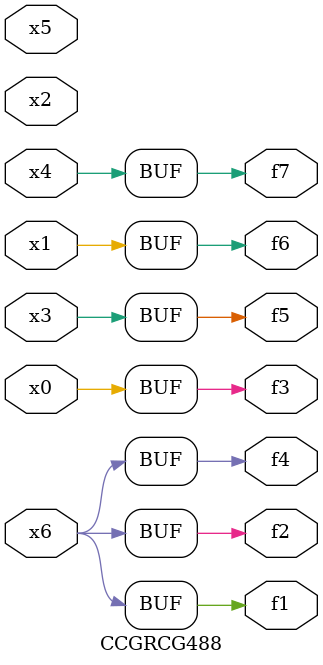
<source format=v>
module CCGRCG488(
	input x0, x1, x2, x3, x4, x5, x6,
	output f1, f2, f3, f4, f5, f6, f7
);
	assign f1 = x6;
	assign f2 = x6;
	assign f3 = x0;
	assign f4 = x6;
	assign f5 = x3;
	assign f6 = x1;
	assign f7 = x4;
endmodule

</source>
